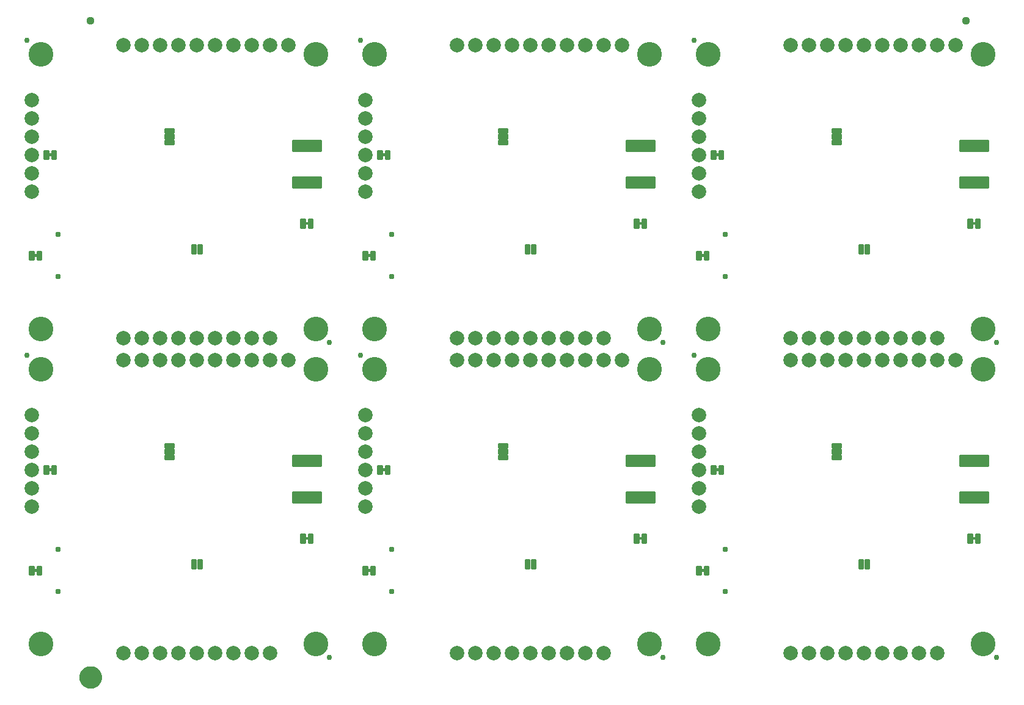
<source format=gbs>
G04 EAGLE Gerber RS-274X export*
G75*
%MOMM*%
%FSLAX34Y34*%
%LPD*%
%INSoldermask Bottom*%
%IPPOS*%
%AMOC8*
5,1,8,0,0,1.08239X$1,22.5*%
G01*
%ADD10C,3.429000*%
%ADD11C,0.228600*%
%ADD12C,0.762000*%
%ADD13C,0.228344*%
%ADD14C,0.777000*%
%ADD15C,0.227778*%
%ADD16C,2.006600*%
%ADD17C,1.127000*%
%ADD18C,1.270000*%
%ADD19C,1.627000*%

G36*
X964630Y701687D02*
X964630Y701687D01*
X964696Y701689D01*
X964739Y701707D01*
X964786Y701715D01*
X964843Y701749D01*
X964903Y701774D01*
X964938Y701805D01*
X964979Y701830D01*
X965021Y701881D01*
X965069Y701925D01*
X965091Y701967D01*
X965120Y702004D01*
X965141Y702066D01*
X965172Y702125D01*
X965180Y702179D01*
X965192Y702216D01*
X965191Y702256D01*
X965199Y702310D01*
X965199Y704850D01*
X965188Y704915D01*
X965186Y704981D01*
X965168Y705024D01*
X965160Y705071D01*
X965126Y705128D01*
X965101Y705188D01*
X965070Y705223D01*
X965045Y705264D01*
X964994Y705306D01*
X964950Y705354D01*
X964908Y705376D01*
X964871Y705405D01*
X964809Y705426D01*
X964750Y705457D01*
X964696Y705465D01*
X964659Y705477D01*
X964619Y705476D01*
X964565Y705484D01*
X960755Y705484D01*
X960690Y705473D01*
X960624Y705471D01*
X960581Y705453D01*
X960534Y705445D01*
X960477Y705411D01*
X960417Y705386D01*
X960382Y705355D01*
X960341Y705330D01*
X960300Y705279D01*
X960251Y705235D01*
X960229Y705193D01*
X960200Y705156D01*
X960179Y705094D01*
X960148Y705035D01*
X960140Y704981D01*
X960128Y704944D01*
X960128Y704941D01*
X960129Y704904D01*
X960121Y704850D01*
X960121Y702310D01*
X960132Y702245D01*
X960134Y702179D01*
X960152Y702136D01*
X960160Y702089D01*
X960194Y702032D01*
X960219Y701972D01*
X960250Y701937D01*
X960275Y701896D01*
X960326Y701855D01*
X960370Y701806D01*
X960412Y701784D01*
X960449Y701755D01*
X960511Y701734D01*
X960570Y701703D01*
X960624Y701695D01*
X960661Y701683D01*
X960701Y701684D01*
X960755Y701676D01*
X964565Y701676D01*
X964630Y701687D01*
G37*
G36*
X502350Y701687D02*
X502350Y701687D01*
X502416Y701689D01*
X502459Y701707D01*
X502506Y701715D01*
X502563Y701749D01*
X502623Y701774D01*
X502658Y701805D01*
X502699Y701830D01*
X502741Y701881D01*
X502789Y701925D01*
X502811Y701967D01*
X502840Y702004D01*
X502861Y702066D01*
X502892Y702125D01*
X502900Y702179D01*
X502912Y702216D01*
X502911Y702256D01*
X502919Y702310D01*
X502919Y704850D01*
X502908Y704915D01*
X502906Y704981D01*
X502888Y705024D01*
X502880Y705071D01*
X502846Y705128D01*
X502821Y705188D01*
X502790Y705223D01*
X502765Y705264D01*
X502714Y705306D01*
X502670Y705354D01*
X502628Y705376D01*
X502591Y705405D01*
X502529Y705426D01*
X502470Y705457D01*
X502416Y705465D01*
X502379Y705477D01*
X502339Y705476D01*
X502285Y705484D01*
X498475Y705484D01*
X498410Y705473D01*
X498344Y705471D01*
X498301Y705453D01*
X498254Y705445D01*
X498197Y705411D01*
X498137Y705386D01*
X498102Y705355D01*
X498061Y705330D01*
X498020Y705279D01*
X497971Y705235D01*
X497949Y705193D01*
X497920Y705156D01*
X497899Y705094D01*
X497868Y705035D01*
X497860Y704981D01*
X497848Y704944D01*
X497848Y704941D01*
X497849Y704904D01*
X497841Y704850D01*
X497841Y702310D01*
X497852Y702245D01*
X497854Y702179D01*
X497872Y702136D01*
X497880Y702089D01*
X497914Y702032D01*
X497939Y701972D01*
X497970Y701937D01*
X497995Y701896D01*
X498046Y701855D01*
X498090Y701806D01*
X498132Y701784D01*
X498169Y701755D01*
X498231Y701734D01*
X498290Y701703D01*
X498344Y701695D01*
X498381Y701683D01*
X498421Y701684D01*
X498475Y701676D01*
X502285Y701676D01*
X502350Y701687D01*
G37*
G36*
X40070Y701687D02*
X40070Y701687D01*
X40136Y701689D01*
X40179Y701707D01*
X40226Y701715D01*
X40283Y701749D01*
X40343Y701774D01*
X40378Y701805D01*
X40419Y701830D01*
X40461Y701881D01*
X40509Y701925D01*
X40531Y701967D01*
X40560Y702004D01*
X40581Y702066D01*
X40612Y702125D01*
X40620Y702179D01*
X40632Y702216D01*
X40631Y702256D01*
X40639Y702310D01*
X40639Y704850D01*
X40628Y704915D01*
X40626Y704981D01*
X40608Y705024D01*
X40600Y705071D01*
X40566Y705128D01*
X40541Y705188D01*
X40510Y705223D01*
X40485Y705264D01*
X40434Y705306D01*
X40390Y705354D01*
X40348Y705376D01*
X40311Y705405D01*
X40249Y705426D01*
X40190Y705457D01*
X40136Y705465D01*
X40099Y705477D01*
X40059Y705476D01*
X40005Y705484D01*
X36195Y705484D01*
X36130Y705473D01*
X36064Y705471D01*
X36021Y705453D01*
X35974Y705445D01*
X35917Y705411D01*
X35857Y705386D01*
X35822Y705355D01*
X35781Y705330D01*
X35740Y705279D01*
X35691Y705235D01*
X35669Y705193D01*
X35640Y705156D01*
X35619Y705094D01*
X35588Y705035D01*
X35580Y704981D01*
X35568Y704944D01*
X35568Y704941D01*
X35569Y704904D01*
X35561Y704850D01*
X35561Y702310D01*
X35572Y702245D01*
X35574Y702179D01*
X35592Y702136D01*
X35600Y702089D01*
X35634Y702032D01*
X35659Y701972D01*
X35690Y701937D01*
X35715Y701896D01*
X35766Y701855D01*
X35810Y701806D01*
X35852Y701784D01*
X35889Y701755D01*
X35951Y701734D01*
X36010Y701703D01*
X36064Y701695D01*
X36101Y701683D01*
X36141Y701684D01*
X36195Y701676D01*
X40005Y701676D01*
X40070Y701687D01*
G37*
G36*
X395670Y606437D02*
X395670Y606437D01*
X395736Y606439D01*
X395779Y606457D01*
X395826Y606465D01*
X395883Y606499D01*
X395943Y606524D01*
X395978Y606555D01*
X396019Y606580D01*
X396061Y606631D01*
X396109Y606675D01*
X396131Y606717D01*
X396160Y606754D01*
X396181Y606816D01*
X396212Y606875D01*
X396220Y606929D01*
X396232Y606966D01*
X396231Y607006D01*
X396239Y607060D01*
X396239Y609600D01*
X396228Y609665D01*
X396226Y609731D01*
X396208Y609774D01*
X396200Y609821D01*
X396166Y609878D01*
X396141Y609938D01*
X396110Y609973D01*
X396085Y610014D01*
X396034Y610056D01*
X395990Y610104D01*
X395948Y610126D01*
X395911Y610155D01*
X395849Y610176D01*
X395790Y610207D01*
X395736Y610215D01*
X395699Y610227D01*
X395659Y610226D01*
X395605Y610234D01*
X391795Y610234D01*
X391730Y610223D01*
X391664Y610221D01*
X391621Y610203D01*
X391574Y610195D01*
X391517Y610161D01*
X391457Y610136D01*
X391422Y610105D01*
X391381Y610080D01*
X391340Y610029D01*
X391291Y609985D01*
X391269Y609943D01*
X391240Y609906D01*
X391219Y609844D01*
X391188Y609785D01*
X391180Y609731D01*
X391168Y609694D01*
X391168Y609691D01*
X391169Y609654D01*
X391161Y609600D01*
X391161Y607060D01*
X391172Y606995D01*
X391174Y606929D01*
X391192Y606886D01*
X391200Y606839D01*
X391234Y606782D01*
X391259Y606722D01*
X391290Y606687D01*
X391315Y606646D01*
X391366Y606605D01*
X391410Y606556D01*
X391452Y606534D01*
X391489Y606505D01*
X391551Y606484D01*
X391610Y606453D01*
X391664Y606445D01*
X391701Y606433D01*
X391741Y606434D01*
X391795Y606426D01*
X395605Y606426D01*
X395670Y606437D01*
G37*
G36*
X1320230Y606437D02*
X1320230Y606437D01*
X1320296Y606439D01*
X1320339Y606457D01*
X1320386Y606465D01*
X1320443Y606499D01*
X1320503Y606524D01*
X1320538Y606555D01*
X1320579Y606580D01*
X1320621Y606631D01*
X1320669Y606675D01*
X1320691Y606717D01*
X1320720Y606754D01*
X1320741Y606816D01*
X1320772Y606875D01*
X1320780Y606929D01*
X1320792Y606966D01*
X1320791Y607006D01*
X1320799Y607060D01*
X1320799Y609600D01*
X1320788Y609665D01*
X1320786Y609731D01*
X1320768Y609774D01*
X1320760Y609821D01*
X1320726Y609878D01*
X1320701Y609938D01*
X1320670Y609973D01*
X1320645Y610014D01*
X1320594Y610056D01*
X1320550Y610104D01*
X1320508Y610126D01*
X1320471Y610155D01*
X1320409Y610176D01*
X1320350Y610207D01*
X1320296Y610215D01*
X1320259Y610227D01*
X1320219Y610226D01*
X1320165Y610234D01*
X1316355Y610234D01*
X1316290Y610223D01*
X1316224Y610221D01*
X1316181Y610203D01*
X1316134Y610195D01*
X1316077Y610161D01*
X1316017Y610136D01*
X1315982Y610105D01*
X1315941Y610080D01*
X1315900Y610029D01*
X1315851Y609985D01*
X1315829Y609943D01*
X1315800Y609906D01*
X1315779Y609844D01*
X1315748Y609785D01*
X1315740Y609731D01*
X1315728Y609694D01*
X1315728Y609691D01*
X1315729Y609654D01*
X1315721Y609600D01*
X1315721Y607060D01*
X1315732Y606995D01*
X1315734Y606929D01*
X1315752Y606886D01*
X1315760Y606839D01*
X1315794Y606782D01*
X1315819Y606722D01*
X1315850Y606687D01*
X1315875Y606646D01*
X1315926Y606605D01*
X1315970Y606556D01*
X1316012Y606534D01*
X1316049Y606505D01*
X1316111Y606484D01*
X1316170Y606453D01*
X1316224Y606445D01*
X1316261Y606433D01*
X1316301Y606434D01*
X1316355Y606426D01*
X1320165Y606426D01*
X1320230Y606437D01*
G37*
G36*
X857950Y606437D02*
X857950Y606437D01*
X858016Y606439D01*
X858059Y606457D01*
X858106Y606465D01*
X858163Y606499D01*
X858223Y606524D01*
X858258Y606555D01*
X858299Y606580D01*
X858341Y606631D01*
X858389Y606675D01*
X858411Y606717D01*
X858440Y606754D01*
X858461Y606816D01*
X858492Y606875D01*
X858500Y606929D01*
X858512Y606966D01*
X858511Y607006D01*
X858519Y607060D01*
X858519Y609600D01*
X858508Y609665D01*
X858506Y609731D01*
X858488Y609774D01*
X858480Y609821D01*
X858446Y609878D01*
X858421Y609938D01*
X858390Y609973D01*
X858365Y610014D01*
X858314Y610056D01*
X858270Y610104D01*
X858228Y610126D01*
X858191Y610155D01*
X858129Y610176D01*
X858070Y610207D01*
X858016Y610215D01*
X857979Y610227D01*
X857939Y610226D01*
X857885Y610234D01*
X854075Y610234D01*
X854010Y610223D01*
X853944Y610221D01*
X853901Y610203D01*
X853854Y610195D01*
X853797Y610161D01*
X853737Y610136D01*
X853702Y610105D01*
X853661Y610080D01*
X853620Y610029D01*
X853571Y609985D01*
X853549Y609943D01*
X853520Y609906D01*
X853499Y609844D01*
X853468Y609785D01*
X853460Y609731D01*
X853448Y609694D01*
X853448Y609691D01*
X853449Y609654D01*
X853441Y609600D01*
X853441Y607060D01*
X853452Y606995D01*
X853454Y606929D01*
X853472Y606886D01*
X853480Y606839D01*
X853514Y606782D01*
X853539Y606722D01*
X853570Y606687D01*
X853595Y606646D01*
X853646Y606605D01*
X853690Y606556D01*
X853732Y606534D01*
X853769Y606505D01*
X853831Y606484D01*
X853890Y606453D01*
X853944Y606445D01*
X853981Y606433D01*
X854021Y606434D01*
X854075Y606426D01*
X857885Y606426D01*
X857950Y606437D01*
G37*
G36*
X944310Y561987D02*
X944310Y561987D01*
X944376Y561989D01*
X944419Y562007D01*
X944466Y562015D01*
X944523Y562049D01*
X944583Y562074D01*
X944618Y562105D01*
X944659Y562130D01*
X944701Y562181D01*
X944749Y562225D01*
X944771Y562267D01*
X944800Y562304D01*
X944821Y562366D01*
X944852Y562425D01*
X944860Y562479D01*
X944872Y562516D01*
X944871Y562556D01*
X944879Y562610D01*
X944879Y565150D01*
X944868Y565215D01*
X944866Y565281D01*
X944848Y565324D01*
X944840Y565371D01*
X944806Y565428D01*
X944781Y565488D01*
X944750Y565523D01*
X944725Y565564D01*
X944674Y565606D01*
X944630Y565654D01*
X944588Y565676D01*
X944551Y565705D01*
X944489Y565726D01*
X944430Y565757D01*
X944376Y565765D01*
X944339Y565777D01*
X944299Y565776D01*
X944245Y565784D01*
X940435Y565784D01*
X940370Y565773D01*
X940304Y565771D01*
X940261Y565753D01*
X940214Y565745D01*
X940157Y565711D01*
X940097Y565686D01*
X940062Y565655D01*
X940021Y565630D01*
X939980Y565579D01*
X939931Y565535D01*
X939909Y565493D01*
X939880Y565456D01*
X939859Y565394D01*
X939828Y565335D01*
X939820Y565281D01*
X939808Y565244D01*
X939808Y565241D01*
X939809Y565204D01*
X939801Y565150D01*
X939801Y562610D01*
X939812Y562545D01*
X939814Y562479D01*
X939832Y562436D01*
X939840Y562389D01*
X939874Y562332D01*
X939899Y562272D01*
X939930Y562237D01*
X939955Y562196D01*
X940006Y562155D01*
X940050Y562106D01*
X940092Y562084D01*
X940129Y562055D01*
X940191Y562034D01*
X940250Y562003D01*
X940304Y561995D01*
X940341Y561983D01*
X940381Y561984D01*
X940435Y561976D01*
X944245Y561976D01*
X944310Y561987D01*
G37*
G36*
X19750Y561987D02*
X19750Y561987D01*
X19816Y561989D01*
X19859Y562007D01*
X19906Y562015D01*
X19963Y562049D01*
X20023Y562074D01*
X20058Y562105D01*
X20099Y562130D01*
X20141Y562181D01*
X20189Y562225D01*
X20211Y562267D01*
X20240Y562304D01*
X20261Y562366D01*
X20292Y562425D01*
X20300Y562479D01*
X20312Y562516D01*
X20311Y562556D01*
X20319Y562610D01*
X20319Y565150D01*
X20308Y565215D01*
X20306Y565281D01*
X20288Y565324D01*
X20280Y565371D01*
X20246Y565428D01*
X20221Y565488D01*
X20190Y565523D01*
X20165Y565564D01*
X20114Y565606D01*
X20070Y565654D01*
X20028Y565676D01*
X19991Y565705D01*
X19929Y565726D01*
X19870Y565757D01*
X19816Y565765D01*
X19779Y565777D01*
X19739Y565776D01*
X19685Y565784D01*
X15875Y565784D01*
X15810Y565773D01*
X15744Y565771D01*
X15701Y565753D01*
X15654Y565745D01*
X15597Y565711D01*
X15537Y565686D01*
X15502Y565655D01*
X15461Y565630D01*
X15420Y565579D01*
X15371Y565535D01*
X15349Y565493D01*
X15320Y565456D01*
X15299Y565394D01*
X15268Y565335D01*
X15260Y565281D01*
X15248Y565244D01*
X15248Y565241D01*
X15249Y565204D01*
X15241Y565150D01*
X15241Y562610D01*
X15252Y562545D01*
X15254Y562479D01*
X15272Y562436D01*
X15280Y562389D01*
X15314Y562332D01*
X15339Y562272D01*
X15370Y562237D01*
X15395Y562196D01*
X15446Y562155D01*
X15490Y562106D01*
X15532Y562084D01*
X15569Y562055D01*
X15631Y562034D01*
X15690Y562003D01*
X15744Y561995D01*
X15781Y561983D01*
X15821Y561984D01*
X15875Y561976D01*
X19685Y561976D01*
X19750Y561987D01*
G37*
G36*
X482030Y561987D02*
X482030Y561987D01*
X482096Y561989D01*
X482139Y562007D01*
X482186Y562015D01*
X482243Y562049D01*
X482303Y562074D01*
X482338Y562105D01*
X482379Y562130D01*
X482421Y562181D01*
X482469Y562225D01*
X482491Y562267D01*
X482520Y562304D01*
X482541Y562366D01*
X482572Y562425D01*
X482580Y562479D01*
X482592Y562516D01*
X482591Y562556D01*
X482599Y562610D01*
X482599Y565150D01*
X482588Y565215D01*
X482586Y565281D01*
X482568Y565324D01*
X482560Y565371D01*
X482526Y565428D01*
X482501Y565488D01*
X482470Y565523D01*
X482445Y565564D01*
X482394Y565606D01*
X482350Y565654D01*
X482308Y565676D01*
X482271Y565705D01*
X482209Y565726D01*
X482150Y565757D01*
X482096Y565765D01*
X482059Y565777D01*
X482019Y565776D01*
X481965Y565784D01*
X478155Y565784D01*
X478090Y565773D01*
X478024Y565771D01*
X477981Y565753D01*
X477934Y565745D01*
X477877Y565711D01*
X477817Y565686D01*
X477782Y565655D01*
X477741Y565630D01*
X477700Y565579D01*
X477651Y565535D01*
X477629Y565493D01*
X477600Y565456D01*
X477579Y565394D01*
X477548Y565335D01*
X477540Y565281D01*
X477528Y565244D01*
X477528Y565241D01*
X477529Y565204D01*
X477521Y565150D01*
X477521Y562610D01*
X477532Y562545D01*
X477534Y562479D01*
X477552Y562436D01*
X477560Y562389D01*
X477594Y562332D01*
X477619Y562272D01*
X477650Y562237D01*
X477675Y562196D01*
X477726Y562155D01*
X477770Y562106D01*
X477812Y562084D01*
X477849Y562055D01*
X477911Y562034D01*
X477970Y562003D01*
X478024Y561995D01*
X478061Y561983D01*
X478101Y561984D01*
X478155Y561976D01*
X481965Y561976D01*
X482030Y561987D01*
G37*
G36*
X964630Y264807D02*
X964630Y264807D01*
X964696Y264809D01*
X964739Y264827D01*
X964786Y264835D01*
X964843Y264869D01*
X964903Y264894D01*
X964938Y264925D01*
X964979Y264950D01*
X965021Y265001D01*
X965069Y265045D01*
X965091Y265087D01*
X965120Y265124D01*
X965141Y265186D01*
X965172Y265245D01*
X965180Y265299D01*
X965192Y265336D01*
X965191Y265376D01*
X965199Y265430D01*
X965199Y267970D01*
X965188Y268035D01*
X965186Y268101D01*
X965168Y268144D01*
X965160Y268191D01*
X965126Y268248D01*
X965101Y268308D01*
X965070Y268343D01*
X965045Y268384D01*
X964994Y268426D01*
X964950Y268474D01*
X964908Y268496D01*
X964871Y268525D01*
X964809Y268546D01*
X964750Y268577D01*
X964696Y268585D01*
X964659Y268597D01*
X964619Y268596D01*
X964565Y268604D01*
X960755Y268604D01*
X960690Y268593D01*
X960624Y268591D01*
X960581Y268573D01*
X960534Y268565D01*
X960477Y268531D01*
X960417Y268506D01*
X960382Y268475D01*
X960341Y268450D01*
X960300Y268399D01*
X960251Y268355D01*
X960229Y268313D01*
X960200Y268276D01*
X960179Y268214D01*
X960148Y268155D01*
X960140Y268101D01*
X960128Y268064D01*
X960128Y268061D01*
X960129Y268024D01*
X960121Y267970D01*
X960121Y265430D01*
X960132Y265365D01*
X960134Y265299D01*
X960152Y265256D01*
X960160Y265209D01*
X960194Y265152D01*
X960219Y265092D01*
X960250Y265057D01*
X960275Y265016D01*
X960326Y264975D01*
X960370Y264926D01*
X960412Y264904D01*
X960449Y264875D01*
X960511Y264854D01*
X960570Y264823D01*
X960624Y264815D01*
X960661Y264803D01*
X960701Y264804D01*
X960755Y264796D01*
X964565Y264796D01*
X964630Y264807D01*
G37*
G36*
X502350Y264807D02*
X502350Y264807D01*
X502416Y264809D01*
X502459Y264827D01*
X502506Y264835D01*
X502563Y264869D01*
X502623Y264894D01*
X502658Y264925D01*
X502699Y264950D01*
X502741Y265001D01*
X502789Y265045D01*
X502811Y265087D01*
X502840Y265124D01*
X502861Y265186D01*
X502892Y265245D01*
X502900Y265299D01*
X502912Y265336D01*
X502911Y265376D01*
X502919Y265430D01*
X502919Y267970D01*
X502908Y268035D01*
X502906Y268101D01*
X502888Y268144D01*
X502880Y268191D01*
X502846Y268248D01*
X502821Y268308D01*
X502790Y268343D01*
X502765Y268384D01*
X502714Y268426D01*
X502670Y268474D01*
X502628Y268496D01*
X502591Y268525D01*
X502529Y268546D01*
X502470Y268577D01*
X502416Y268585D01*
X502379Y268597D01*
X502339Y268596D01*
X502285Y268604D01*
X498475Y268604D01*
X498410Y268593D01*
X498344Y268591D01*
X498301Y268573D01*
X498254Y268565D01*
X498197Y268531D01*
X498137Y268506D01*
X498102Y268475D01*
X498061Y268450D01*
X498020Y268399D01*
X497971Y268355D01*
X497949Y268313D01*
X497920Y268276D01*
X497899Y268214D01*
X497868Y268155D01*
X497860Y268101D01*
X497848Y268064D01*
X497848Y268061D01*
X497849Y268024D01*
X497841Y267970D01*
X497841Y265430D01*
X497852Y265365D01*
X497854Y265299D01*
X497872Y265256D01*
X497880Y265209D01*
X497914Y265152D01*
X497939Y265092D01*
X497970Y265057D01*
X497995Y265016D01*
X498046Y264975D01*
X498090Y264926D01*
X498132Y264904D01*
X498169Y264875D01*
X498231Y264854D01*
X498290Y264823D01*
X498344Y264815D01*
X498381Y264803D01*
X498421Y264804D01*
X498475Y264796D01*
X502285Y264796D01*
X502350Y264807D01*
G37*
G36*
X40070Y264807D02*
X40070Y264807D01*
X40136Y264809D01*
X40179Y264827D01*
X40226Y264835D01*
X40283Y264869D01*
X40343Y264894D01*
X40378Y264925D01*
X40419Y264950D01*
X40461Y265001D01*
X40509Y265045D01*
X40531Y265087D01*
X40560Y265124D01*
X40581Y265186D01*
X40612Y265245D01*
X40620Y265299D01*
X40632Y265336D01*
X40631Y265376D01*
X40639Y265430D01*
X40639Y267970D01*
X40628Y268035D01*
X40626Y268101D01*
X40608Y268144D01*
X40600Y268191D01*
X40566Y268248D01*
X40541Y268308D01*
X40510Y268343D01*
X40485Y268384D01*
X40434Y268426D01*
X40390Y268474D01*
X40348Y268496D01*
X40311Y268525D01*
X40249Y268546D01*
X40190Y268577D01*
X40136Y268585D01*
X40099Y268597D01*
X40059Y268596D01*
X40005Y268604D01*
X36195Y268604D01*
X36130Y268593D01*
X36064Y268591D01*
X36021Y268573D01*
X35974Y268565D01*
X35917Y268531D01*
X35857Y268506D01*
X35822Y268475D01*
X35781Y268450D01*
X35740Y268399D01*
X35691Y268355D01*
X35669Y268313D01*
X35640Y268276D01*
X35619Y268214D01*
X35588Y268155D01*
X35580Y268101D01*
X35568Y268064D01*
X35568Y268061D01*
X35569Y268024D01*
X35561Y267970D01*
X35561Y265430D01*
X35572Y265365D01*
X35574Y265299D01*
X35592Y265256D01*
X35600Y265209D01*
X35634Y265152D01*
X35659Y265092D01*
X35690Y265057D01*
X35715Y265016D01*
X35766Y264975D01*
X35810Y264926D01*
X35852Y264904D01*
X35889Y264875D01*
X35951Y264854D01*
X36010Y264823D01*
X36064Y264815D01*
X36101Y264803D01*
X36141Y264804D01*
X36195Y264796D01*
X40005Y264796D01*
X40070Y264807D01*
G37*
G36*
X1320230Y169557D02*
X1320230Y169557D01*
X1320296Y169559D01*
X1320339Y169577D01*
X1320386Y169585D01*
X1320443Y169619D01*
X1320503Y169644D01*
X1320538Y169675D01*
X1320579Y169700D01*
X1320621Y169751D01*
X1320669Y169795D01*
X1320691Y169837D01*
X1320720Y169874D01*
X1320741Y169936D01*
X1320772Y169995D01*
X1320780Y170049D01*
X1320792Y170086D01*
X1320791Y170126D01*
X1320799Y170180D01*
X1320799Y172720D01*
X1320788Y172785D01*
X1320786Y172851D01*
X1320768Y172894D01*
X1320760Y172941D01*
X1320726Y172998D01*
X1320701Y173058D01*
X1320670Y173093D01*
X1320645Y173134D01*
X1320594Y173176D01*
X1320550Y173224D01*
X1320508Y173246D01*
X1320471Y173275D01*
X1320409Y173296D01*
X1320350Y173327D01*
X1320296Y173335D01*
X1320259Y173347D01*
X1320219Y173346D01*
X1320165Y173354D01*
X1316355Y173354D01*
X1316290Y173343D01*
X1316224Y173341D01*
X1316181Y173323D01*
X1316134Y173315D01*
X1316077Y173281D01*
X1316017Y173256D01*
X1315982Y173225D01*
X1315941Y173200D01*
X1315900Y173149D01*
X1315851Y173105D01*
X1315829Y173063D01*
X1315800Y173026D01*
X1315779Y172964D01*
X1315748Y172905D01*
X1315740Y172851D01*
X1315728Y172814D01*
X1315728Y172811D01*
X1315729Y172774D01*
X1315721Y172720D01*
X1315721Y170180D01*
X1315732Y170115D01*
X1315734Y170049D01*
X1315752Y170006D01*
X1315760Y169959D01*
X1315794Y169902D01*
X1315819Y169842D01*
X1315850Y169807D01*
X1315875Y169766D01*
X1315926Y169725D01*
X1315970Y169676D01*
X1316012Y169654D01*
X1316049Y169625D01*
X1316111Y169604D01*
X1316170Y169573D01*
X1316224Y169565D01*
X1316261Y169553D01*
X1316301Y169554D01*
X1316355Y169546D01*
X1320165Y169546D01*
X1320230Y169557D01*
G37*
G36*
X857950Y169557D02*
X857950Y169557D01*
X858016Y169559D01*
X858059Y169577D01*
X858106Y169585D01*
X858163Y169619D01*
X858223Y169644D01*
X858258Y169675D01*
X858299Y169700D01*
X858341Y169751D01*
X858389Y169795D01*
X858411Y169837D01*
X858440Y169874D01*
X858461Y169936D01*
X858492Y169995D01*
X858500Y170049D01*
X858512Y170086D01*
X858511Y170126D01*
X858519Y170180D01*
X858519Y172720D01*
X858508Y172785D01*
X858506Y172851D01*
X858488Y172894D01*
X858480Y172941D01*
X858446Y172998D01*
X858421Y173058D01*
X858390Y173093D01*
X858365Y173134D01*
X858314Y173176D01*
X858270Y173224D01*
X858228Y173246D01*
X858191Y173275D01*
X858129Y173296D01*
X858070Y173327D01*
X858016Y173335D01*
X857979Y173347D01*
X857939Y173346D01*
X857885Y173354D01*
X854075Y173354D01*
X854010Y173343D01*
X853944Y173341D01*
X853901Y173323D01*
X853854Y173315D01*
X853797Y173281D01*
X853737Y173256D01*
X853702Y173225D01*
X853661Y173200D01*
X853620Y173149D01*
X853571Y173105D01*
X853549Y173063D01*
X853520Y173026D01*
X853499Y172964D01*
X853468Y172905D01*
X853460Y172851D01*
X853448Y172814D01*
X853448Y172811D01*
X853449Y172774D01*
X853441Y172720D01*
X853441Y170180D01*
X853452Y170115D01*
X853454Y170049D01*
X853472Y170006D01*
X853480Y169959D01*
X853514Y169902D01*
X853539Y169842D01*
X853570Y169807D01*
X853595Y169766D01*
X853646Y169725D01*
X853690Y169676D01*
X853732Y169654D01*
X853769Y169625D01*
X853831Y169604D01*
X853890Y169573D01*
X853944Y169565D01*
X853981Y169553D01*
X854021Y169554D01*
X854075Y169546D01*
X857885Y169546D01*
X857950Y169557D01*
G37*
G36*
X395670Y169557D02*
X395670Y169557D01*
X395736Y169559D01*
X395779Y169577D01*
X395826Y169585D01*
X395883Y169619D01*
X395943Y169644D01*
X395978Y169675D01*
X396019Y169700D01*
X396061Y169751D01*
X396109Y169795D01*
X396131Y169837D01*
X396160Y169874D01*
X396181Y169936D01*
X396212Y169995D01*
X396220Y170049D01*
X396232Y170086D01*
X396231Y170126D01*
X396239Y170180D01*
X396239Y172720D01*
X396228Y172785D01*
X396226Y172851D01*
X396208Y172894D01*
X396200Y172941D01*
X396166Y172998D01*
X396141Y173058D01*
X396110Y173093D01*
X396085Y173134D01*
X396034Y173176D01*
X395990Y173224D01*
X395948Y173246D01*
X395911Y173275D01*
X395849Y173296D01*
X395790Y173327D01*
X395736Y173335D01*
X395699Y173347D01*
X395659Y173346D01*
X395605Y173354D01*
X391795Y173354D01*
X391730Y173343D01*
X391664Y173341D01*
X391621Y173323D01*
X391574Y173315D01*
X391517Y173281D01*
X391457Y173256D01*
X391422Y173225D01*
X391381Y173200D01*
X391340Y173149D01*
X391291Y173105D01*
X391269Y173063D01*
X391240Y173026D01*
X391219Y172964D01*
X391188Y172905D01*
X391180Y172851D01*
X391168Y172814D01*
X391168Y172811D01*
X391169Y172774D01*
X391161Y172720D01*
X391161Y170180D01*
X391172Y170115D01*
X391174Y170049D01*
X391192Y170006D01*
X391200Y169959D01*
X391234Y169902D01*
X391259Y169842D01*
X391290Y169807D01*
X391315Y169766D01*
X391366Y169725D01*
X391410Y169676D01*
X391452Y169654D01*
X391489Y169625D01*
X391551Y169604D01*
X391610Y169573D01*
X391664Y169565D01*
X391701Y169553D01*
X391741Y169554D01*
X391795Y169546D01*
X395605Y169546D01*
X395670Y169557D01*
G37*
G36*
X944310Y125107D02*
X944310Y125107D01*
X944376Y125109D01*
X944419Y125127D01*
X944466Y125135D01*
X944523Y125169D01*
X944583Y125194D01*
X944618Y125225D01*
X944659Y125250D01*
X944701Y125301D01*
X944749Y125345D01*
X944771Y125387D01*
X944800Y125424D01*
X944821Y125486D01*
X944852Y125545D01*
X944860Y125599D01*
X944872Y125636D01*
X944871Y125676D01*
X944879Y125730D01*
X944879Y128270D01*
X944868Y128335D01*
X944866Y128401D01*
X944848Y128444D01*
X944840Y128491D01*
X944806Y128548D01*
X944781Y128608D01*
X944750Y128643D01*
X944725Y128684D01*
X944674Y128726D01*
X944630Y128774D01*
X944588Y128796D01*
X944551Y128825D01*
X944489Y128846D01*
X944430Y128877D01*
X944376Y128885D01*
X944339Y128897D01*
X944299Y128896D01*
X944245Y128904D01*
X940435Y128904D01*
X940370Y128893D01*
X940304Y128891D01*
X940261Y128873D01*
X940214Y128865D01*
X940157Y128831D01*
X940097Y128806D01*
X940062Y128775D01*
X940021Y128750D01*
X939980Y128699D01*
X939931Y128655D01*
X939909Y128613D01*
X939880Y128576D01*
X939859Y128514D01*
X939828Y128455D01*
X939820Y128401D01*
X939808Y128364D01*
X939808Y128361D01*
X939809Y128324D01*
X939801Y128270D01*
X939801Y125730D01*
X939812Y125665D01*
X939814Y125599D01*
X939832Y125556D01*
X939840Y125509D01*
X939874Y125452D01*
X939899Y125392D01*
X939930Y125357D01*
X939955Y125316D01*
X940006Y125275D01*
X940050Y125226D01*
X940092Y125204D01*
X940129Y125175D01*
X940191Y125154D01*
X940250Y125123D01*
X940304Y125115D01*
X940341Y125103D01*
X940381Y125104D01*
X940435Y125096D01*
X944245Y125096D01*
X944310Y125107D01*
G37*
G36*
X482030Y125107D02*
X482030Y125107D01*
X482096Y125109D01*
X482139Y125127D01*
X482186Y125135D01*
X482243Y125169D01*
X482303Y125194D01*
X482338Y125225D01*
X482379Y125250D01*
X482421Y125301D01*
X482469Y125345D01*
X482491Y125387D01*
X482520Y125424D01*
X482541Y125486D01*
X482572Y125545D01*
X482580Y125599D01*
X482592Y125636D01*
X482591Y125676D01*
X482599Y125730D01*
X482599Y128270D01*
X482588Y128335D01*
X482586Y128401D01*
X482568Y128444D01*
X482560Y128491D01*
X482526Y128548D01*
X482501Y128608D01*
X482470Y128643D01*
X482445Y128684D01*
X482394Y128726D01*
X482350Y128774D01*
X482308Y128796D01*
X482271Y128825D01*
X482209Y128846D01*
X482150Y128877D01*
X482096Y128885D01*
X482059Y128897D01*
X482019Y128896D01*
X481965Y128904D01*
X478155Y128904D01*
X478090Y128893D01*
X478024Y128891D01*
X477981Y128873D01*
X477934Y128865D01*
X477877Y128831D01*
X477817Y128806D01*
X477782Y128775D01*
X477741Y128750D01*
X477700Y128699D01*
X477651Y128655D01*
X477629Y128613D01*
X477600Y128576D01*
X477579Y128514D01*
X477548Y128455D01*
X477540Y128401D01*
X477528Y128364D01*
X477528Y128361D01*
X477529Y128324D01*
X477521Y128270D01*
X477521Y125730D01*
X477532Y125665D01*
X477534Y125599D01*
X477552Y125556D01*
X477560Y125509D01*
X477594Y125452D01*
X477619Y125392D01*
X477650Y125357D01*
X477675Y125316D01*
X477726Y125275D01*
X477770Y125226D01*
X477812Y125204D01*
X477849Y125175D01*
X477911Y125154D01*
X477970Y125123D01*
X478024Y125115D01*
X478061Y125103D01*
X478101Y125104D01*
X478155Y125096D01*
X481965Y125096D01*
X482030Y125107D01*
G37*
G36*
X19750Y125107D02*
X19750Y125107D01*
X19816Y125109D01*
X19859Y125127D01*
X19906Y125135D01*
X19963Y125169D01*
X20023Y125194D01*
X20058Y125225D01*
X20099Y125250D01*
X20141Y125301D01*
X20189Y125345D01*
X20211Y125387D01*
X20240Y125424D01*
X20261Y125486D01*
X20292Y125545D01*
X20300Y125599D01*
X20312Y125636D01*
X20311Y125676D01*
X20319Y125730D01*
X20319Y128270D01*
X20308Y128335D01*
X20306Y128401D01*
X20288Y128444D01*
X20280Y128491D01*
X20246Y128548D01*
X20221Y128608D01*
X20190Y128643D01*
X20165Y128684D01*
X20114Y128726D01*
X20070Y128774D01*
X20028Y128796D01*
X19991Y128825D01*
X19929Y128846D01*
X19870Y128877D01*
X19816Y128885D01*
X19779Y128897D01*
X19739Y128896D01*
X19685Y128904D01*
X15875Y128904D01*
X15810Y128893D01*
X15744Y128891D01*
X15701Y128873D01*
X15654Y128865D01*
X15597Y128831D01*
X15537Y128806D01*
X15502Y128775D01*
X15461Y128750D01*
X15420Y128699D01*
X15371Y128655D01*
X15349Y128613D01*
X15320Y128576D01*
X15299Y128514D01*
X15268Y128455D01*
X15260Y128401D01*
X15248Y128364D01*
X15248Y128361D01*
X15249Y128324D01*
X15241Y128270D01*
X15241Y125730D01*
X15252Y125665D01*
X15254Y125599D01*
X15272Y125556D01*
X15280Y125509D01*
X15314Y125452D01*
X15339Y125392D01*
X15370Y125357D01*
X15395Y125316D01*
X15446Y125275D01*
X15490Y125226D01*
X15532Y125204D01*
X15569Y125175D01*
X15631Y125154D01*
X15690Y125123D01*
X15744Y125115D01*
X15781Y125103D01*
X15821Y125104D01*
X15875Y125096D01*
X19685Y125096D01*
X19750Y125107D01*
G37*
D10*
X25400Y406146D03*
X406400Y406146D03*
D11*
X209042Y286639D02*
X209042Y281305D01*
X197358Y281305D01*
X197358Y286639D01*
X209042Y286639D01*
X209042Y283477D02*
X197358Y283477D01*
X197358Y285649D02*
X209042Y285649D01*
X209042Y289433D02*
X209042Y294767D01*
X209042Y289433D02*
X197358Y289433D01*
X197358Y294767D01*
X209042Y294767D01*
X209042Y291605D02*
X197358Y291605D01*
X197358Y293777D02*
X209042Y293777D01*
X209042Y297561D02*
X209042Y302895D01*
X209042Y297561D02*
X197358Y297561D01*
X197358Y302895D01*
X209042Y302895D01*
X209042Y299733D02*
X197358Y299733D01*
X197358Y301905D02*
X209042Y301905D01*
D12*
X425450Y6350D03*
X6350Y425196D03*
D10*
X25400Y25400D03*
X406400Y25400D03*
D11*
X239903Y130048D02*
X234569Y130048D01*
X234569Y141732D01*
X239903Y141732D01*
X239903Y130048D01*
X239903Y132220D02*
X234569Y132220D01*
X234569Y134392D02*
X239903Y134392D01*
X239903Y136564D02*
X234569Y136564D01*
X234569Y138736D02*
X239903Y138736D01*
X239903Y140908D02*
X234569Y140908D01*
X242697Y130048D02*
X248031Y130048D01*
X242697Y130048D02*
X242697Y141732D01*
X248031Y141732D01*
X248031Y130048D01*
X248031Y132220D02*
X242697Y132220D01*
X242697Y134392D02*
X248031Y134392D01*
X248031Y136564D02*
X242697Y136564D01*
X242697Y138736D02*
X248031Y138736D01*
X248031Y140908D02*
X242697Y140908D01*
D13*
X396111Y177294D02*
X401703Y177294D01*
X401703Y165606D01*
X396111Y165606D01*
X396111Y177294D01*
X396111Y167775D02*
X401703Y167775D01*
X401703Y169944D02*
X396111Y169944D01*
X396111Y172113D02*
X401703Y172113D01*
X401703Y174282D02*
X396111Y174282D01*
X396111Y176451D02*
X401703Y176451D01*
X391289Y177294D02*
X385697Y177294D01*
X391289Y177294D02*
X391289Y165606D01*
X385697Y165606D01*
X385697Y177294D01*
X385697Y167775D02*
X391289Y167775D01*
X391289Y169944D02*
X385697Y169944D01*
X385697Y172113D02*
X391289Y172113D01*
X391289Y174282D02*
X385697Y174282D01*
X385697Y176451D02*
X391289Y176451D01*
D14*
X49050Y155900D03*
X49050Y98100D03*
D15*
X374204Y272404D02*
X374204Y286396D01*
X413196Y286396D01*
X413196Y272404D01*
X374204Y272404D01*
X374204Y274568D02*
X413196Y274568D01*
X413196Y276732D02*
X374204Y276732D01*
X374204Y278896D02*
X413196Y278896D01*
X413196Y281060D02*
X374204Y281060D01*
X374204Y283224D02*
X413196Y283224D01*
X413196Y285388D02*
X374204Y285388D01*
X374204Y235596D02*
X374204Y221604D01*
X374204Y235596D02*
X413196Y235596D01*
X413196Y221604D01*
X374204Y221604D01*
X374204Y223768D02*
X413196Y223768D01*
X413196Y225932D02*
X374204Y225932D01*
X374204Y228096D02*
X413196Y228096D01*
X413196Y230260D02*
X374204Y230260D01*
X374204Y232424D02*
X413196Y232424D01*
X413196Y234588D02*
X374204Y234588D01*
D16*
X12700Y215900D03*
X12700Y241300D03*
X12700Y266700D03*
X12700Y292100D03*
X12700Y317500D03*
X12700Y342900D03*
X139700Y12700D03*
X165100Y12700D03*
X190500Y12700D03*
X215900Y12700D03*
X241300Y12700D03*
X266700Y12700D03*
X292100Y12700D03*
X317500Y12700D03*
X342900Y12700D03*
X139700Y419100D03*
X165100Y419100D03*
X190500Y419100D03*
X215900Y419100D03*
X241300Y419100D03*
X266700Y419100D03*
X292100Y419100D03*
X317500Y419100D03*
X342900Y419100D03*
X368300Y419100D03*
D13*
X25783Y132844D02*
X20191Y132844D01*
X25783Y132844D02*
X25783Y121156D01*
X20191Y121156D01*
X20191Y132844D01*
X20191Y123325D02*
X25783Y123325D01*
X25783Y125494D02*
X20191Y125494D01*
X20191Y127663D02*
X25783Y127663D01*
X25783Y129832D02*
X20191Y129832D01*
X20191Y132001D02*
X25783Y132001D01*
X15369Y132844D02*
X9777Y132844D01*
X15369Y132844D02*
X15369Y121156D01*
X9777Y121156D01*
X9777Y132844D01*
X9777Y123325D02*
X15369Y123325D01*
X15369Y125494D02*
X9777Y125494D01*
X9777Y127663D02*
X15369Y127663D01*
X15369Y129832D02*
X9777Y129832D01*
X9777Y132001D02*
X15369Y132001D01*
X30097Y260856D02*
X35689Y260856D01*
X30097Y260856D02*
X30097Y272544D01*
X35689Y272544D01*
X35689Y260856D01*
X35689Y263025D02*
X30097Y263025D01*
X30097Y265194D02*
X35689Y265194D01*
X35689Y267363D02*
X30097Y267363D01*
X30097Y269532D02*
X35689Y269532D01*
X35689Y271701D02*
X30097Y271701D01*
X40511Y260856D02*
X46103Y260856D01*
X40511Y260856D02*
X40511Y272544D01*
X46103Y272544D01*
X46103Y260856D01*
X46103Y263025D02*
X40511Y263025D01*
X40511Y265194D02*
X46103Y265194D01*
X46103Y267363D02*
X40511Y267363D01*
X40511Y269532D02*
X46103Y269532D01*
X46103Y271701D02*
X40511Y271701D01*
D10*
X487680Y406146D03*
X868680Y406146D03*
D11*
X671322Y286639D02*
X671322Y281305D01*
X659638Y281305D01*
X659638Y286639D01*
X671322Y286639D01*
X671322Y283477D02*
X659638Y283477D01*
X659638Y285649D02*
X671322Y285649D01*
X671322Y289433D02*
X671322Y294767D01*
X671322Y289433D02*
X659638Y289433D01*
X659638Y294767D01*
X671322Y294767D01*
X671322Y291605D02*
X659638Y291605D01*
X659638Y293777D02*
X671322Y293777D01*
X671322Y297561D02*
X671322Y302895D01*
X671322Y297561D02*
X659638Y297561D01*
X659638Y302895D01*
X671322Y302895D01*
X671322Y299733D02*
X659638Y299733D01*
X659638Y301905D02*
X671322Y301905D01*
D12*
X887730Y6350D03*
X468630Y425196D03*
D10*
X487680Y25400D03*
X868680Y25400D03*
D11*
X702183Y130048D02*
X696849Y130048D01*
X696849Y141732D01*
X702183Y141732D01*
X702183Y130048D01*
X702183Y132220D02*
X696849Y132220D01*
X696849Y134392D02*
X702183Y134392D01*
X702183Y136564D02*
X696849Y136564D01*
X696849Y138736D02*
X702183Y138736D01*
X702183Y140908D02*
X696849Y140908D01*
X704977Y130048D02*
X710311Y130048D01*
X704977Y130048D02*
X704977Y141732D01*
X710311Y141732D01*
X710311Y130048D01*
X710311Y132220D02*
X704977Y132220D01*
X704977Y134392D02*
X710311Y134392D01*
X710311Y136564D02*
X704977Y136564D01*
X704977Y138736D02*
X710311Y138736D01*
X710311Y140908D02*
X704977Y140908D01*
D13*
X858391Y177294D02*
X863983Y177294D01*
X863983Y165606D01*
X858391Y165606D01*
X858391Y177294D01*
X858391Y167775D02*
X863983Y167775D01*
X863983Y169944D02*
X858391Y169944D01*
X858391Y172113D02*
X863983Y172113D01*
X863983Y174282D02*
X858391Y174282D01*
X858391Y176451D02*
X863983Y176451D01*
X853569Y177294D02*
X847977Y177294D01*
X853569Y177294D02*
X853569Y165606D01*
X847977Y165606D01*
X847977Y177294D01*
X847977Y167775D02*
X853569Y167775D01*
X853569Y169944D02*
X847977Y169944D01*
X847977Y172113D02*
X853569Y172113D01*
X853569Y174282D02*
X847977Y174282D01*
X847977Y176451D02*
X853569Y176451D01*
D14*
X511330Y155900D03*
X511330Y98100D03*
D15*
X836484Y272404D02*
X836484Y286396D01*
X875476Y286396D01*
X875476Y272404D01*
X836484Y272404D01*
X836484Y274568D02*
X875476Y274568D01*
X875476Y276732D02*
X836484Y276732D01*
X836484Y278896D02*
X875476Y278896D01*
X875476Y281060D02*
X836484Y281060D01*
X836484Y283224D02*
X875476Y283224D01*
X875476Y285388D02*
X836484Y285388D01*
X836484Y235596D02*
X836484Y221604D01*
X836484Y235596D02*
X875476Y235596D01*
X875476Y221604D01*
X836484Y221604D01*
X836484Y223768D02*
X875476Y223768D01*
X875476Y225932D02*
X836484Y225932D01*
X836484Y228096D02*
X875476Y228096D01*
X875476Y230260D02*
X836484Y230260D01*
X836484Y232424D02*
X875476Y232424D01*
X875476Y234588D02*
X836484Y234588D01*
D16*
X474980Y215900D03*
X474980Y241300D03*
X474980Y266700D03*
X474980Y292100D03*
X474980Y317500D03*
X474980Y342900D03*
X601980Y12700D03*
X627380Y12700D03*
X652780Y12700D03*
X678180Y12700D03*
X703580Y12700D03*
X728980Y12700D03*
X754380Y12700D03*
X779780Y12700D03*
X805180Y12700D03*
X601980Y419100D03*
X627380Y419100D03*
X652780Y419100D03*
X678180Y419100D03*
X703580Y419100D03*
X728980Y419100D03*
X754380Y419100D03*
X779780Y419100D03*
X805180Y419100D03*
X830580Y419100D03*
D13*
X488063Y132844D02*
X482471Y132844D01*
X488063Y132844D02*
X488063Y121156D01*
X482471Y121156D01*
X482471Y132844D01*
X482471Y123325D02*
X488063Y123325D01*
X488063Y125494D02*
X482471Y125494D01*
X482471Y127663D02*
X488063Y127663D01*
X488063Y129832D02*
X482471Y129832D01*
X482471Y132001D02*
X488063Y132001D01*
X477649Y132844D02*
X472057Y132844D01*
X477649Y132844D02*
X477649Y121156D01*
X472057Y121156D01*
X472057Y132844D01*
X472057Y123325D02*
X477649Y123325D01*
X477649Y125494D02*
X472057Y125494D01*
X472057Y127663D02*
X477649Y127663D01*
X477649Y129832D02*
X472057Y129832D01*
X472057Y132001D02*
X477649Y132001D01*
X492377Y260856D02*
X497969Y260856D01*
X492377Y260856D02*
X492377Y272544D01*
X497969Y272544D01*
X497969Y260856D01*
X497969Y263025D02*
X492377Y263025D01*
X492377Y265194D02*
X497969Y265194D01*
X497969Y267363D02*
X492377Y267363D01*
X492377Y269532D02*
X497969Y269532D01*
X497969Y271701D02*
X492377Y271701D01*
X502791Y260856D02*
X508383Y260856D01*
X502791Y260856D02*
X502791Y272544D01*
X508383Y272544D01*
X508383Y260856D01*
X508383Y263025D02*
X502791Y263025D01*
X502791Y265194D02*
X508383Y265194D01*
X508383Y267363D02*
X502791Y267363D01*
X502791Y269532D02*
X508383Y269532D01*
X508383Y271701D02*
X502791Y271701D01*
D10*
X949960Y406146D03*
X1330960Y406146D03*
D11*
X1133602Y286639D02*
X1133602Y281305D01*
X1121918Y281305D01*
X1121918Y286639D01*
X1133602Y286639D01*
X1133602Y283477D02*
X1121918Y283477D01*
X1121918Y285649D02*
X1133602Y285649D01*
X1133602Y289433D02*
X1133602Y294767D01*
X1133602Y289433D02*
X1121918Y289433D01*
X1121918Y294767D01*
X1133602Y294767D01*
X1133602Y291605D02*
X1121918Y291605D01*
X1121918Y293777D02*
X1133602Y293777D01*
X1133602Y297561D02*
X1133602Y302895D01*
X1133602Y297561D02*
X1121918Y297561D01*
X1121918Y302895D01*
X1133602Y302895D01*
X1133602Y299733D02*
X1121918Y299733D01*
X1121918Y301905D02*
X1133602Y301905D01*
D12*
X1350010Y6350D03*
X930910Y425196D03*
D10*
X949960Y25400D03*
X1330960Y25400D03*
D11*
X1164463Y130048D02*
X1159129Y130048D01*
X1159129Y141732D01*
X1164463Y141732D01*
X1164463Y130048D01*
X1164463Y132220D02*
X1159129Y132220D01*
X1159129Y134392D02*
X1164463Y134392D01*
X1164463Y136564D02*
X1159129Y136564D01*
X1159129Y138736D02*
X1164463Y138736D01*
X1164463Y140908D02*
X1159129Y140908D01*
X1167257Y130048D02*
X1172591Y130048D01*
X1167257Y130048D02*
X1167257Y141732D01*
X1172591Y141732D01*
X1172591Y130048D01*
X1172591Y132220D02*
X1167257Y132220D01*
X1167257Y134392D02*
X1172591Y134392D01*
X1172591Y136564D02*
X1167257Y136564D01*
X1167257Y138736D02*
X1172591Y138736D01*
X1172591Y140908D02*
X1167257Y140908D01*
D13*
X1320671Y177294D02*
X1326263Y177294D01*
X1326263Y165606D01*
X1320671Y165606D01*
X1320671Y177294D01*
X1320671Y167775D02*
X1326263Y167775D01*
X1326263Y169944D02*
X1320671Y169944D01*
X1320671Y172113D02*
X1326263Y172113D01*
X1326263Y174282D02*
X1320671Y174282D01*
X1320671Y176451D02*
X1326263Y176451D01*
X1315849Y177294D02*
X1310257Y177294D01*
X1315849Y177294D02*
X1315849Y165606D01*
X1310257Y165606D01*
X1310257Y177294D01*
X1310257Y167775D02*
X1315849Y167775D01*
X1315849Y169944D02*
X1310257Y169944D01*
X1310257Y172113D02*
X1315849Y172113D01*
X1315849Y174282D02*
X1310257Y174282D01*
X1310257Y176451D02*
X1315849Y176451D01*
D14*
X973610Y155900D03*
X973610Y98100D03*
D15*
X1298764Y272404D02*
X1298764Y286396D01*
X1337756Y286396D01*
X1337756Y272404D01*
X1298764Y272404D01*
X1298764Y274568D02*
X1337756Y274568D01*
X1337756Y276732D02*
X1298764Y276732D01*
X1298764Y278896D02*
X1337756Y278896D01*
X1337756Y281060D02*
X1298764Y281060D01*
X1298764Y283224D02*
X1337756Y283224D01*
X1337756Y285388D02*
X1298764Y285388D01*
X1298764Y235596D02*
X1298764Y221604D01*
X1298764Y235596D02*
X1337756Y235596D01*
X1337756Y221604D01*
X1298764Y221604D01*
X1298764Y223768D02*
X1337756Y223768D01*
X1337756Y225932D02*
X1298764Y225932D01*
X1298764Y228096D02*
X1337756Y228096D01*
X1337756Y230260D02*
X1298764Y230260D01*
X1298764Y232424D02*
X1337756Y232424D01*
X1337756Y234588D02*
X1298764Y234588D01*
D16*
X937260Y215900D03*
X937260Y241300D03*
X937260Y266700D03*
X937260Y292100D03*
X937260Y317500D03*
X937260Y342900D03*
X1064260Y12700D03*
X1089660Y12700D03*
X1115060Y12700D03*
X1140460Y12700D03*
X1165860Y12700D03*
X1191260Y12700D03*
X1216660Y12700D03*
X1242060Y12700D03*
X1267460Y12700D03*
X1064260Y419100D03*
X1089660Y419100D03*
X1115060Y419100D03*
X1140460Y419100D03*
X1165860Y419100D03*
X1191260Y419100D03*
X1216660Y419100D03*
X1242060Y419100D03*
X1267460Y419100D03*
X1292860Y419100D03*
D13*
X950343Y132844D02*
X944751Y132844D01*
X950343Y132844D02*
X950343Y121156D01*
X944751Y121156D01*
X944751Y132844D01*
X944751Y123325D02*
X950343Y123325D01*
X950343Y125494D02*
X944751Y125494D01*
X944751Y127663D02*
X950343Y127663D01*
X950343Y129832D02*
X944751Y129832D01*
X944751Y132001D02*
X950343Y132001D01*
X939929Y132844D02*
X934337Y132844D01*
X939929Y132844D02*
X939929Y121156D01*
X934337Y121156D01*
X934337Y132844D01*
X934337Y123325D02*
X939929Y123325D01*
X939929Y125494D02*
X934337Y125494D01*
X934337Y127663D02*
X939929Y127663D01*
X939929Y129832D02*
X934337Y129832D01*
X934337Y132001D02*
X939929Y132001D01*
X954657Y260856D02*
X960249Y260856D01*
X954657Y260856D02*
X954657Y272544D01*
X960249Y272544D01*
X960249Y260856D01*
X960249Y263025D02*
X954657Y263025D01*
X954657Y265194D02*
X960249Y265194D01*
X960249Y267363D02*
X954657Y267363D01*
X954657Y269532D02*
X960249Y269532D01*
X960249Y271701D02*
X954657Y271701D01*
X965071Y260856D02*
X970663Y260856D01*
X965071Y260856D02*
X965071Y272544D01*
X970663Y272544D01*
X970663Y260856D01*
X970663Y263025D02*
X965071Y263025D01*
X965071Y265194D02*
X970663Y265194D01*
X970663Y267363D02*
X965071Y267363D01*
X965071Y269532D02*
X970663Y269532D01*
X970663Y271701D02*
X965071Y271701D01*
D10*
X25400Y843026D03*
X406400Y843026D03*
D11*
X209042Y723519D02*
X209042Y718185D01*
X197358Y718185D01*
X197358Y723519D01*
X209042Y723519D01*
X209042Y720357D02*
X197358Y720357D01*
X197358Y722529D02*
X209042Y722529D01*
X209042Y726313D02*
X209042Y731647D01*
X209042Y726313D02*
X197358Y726313D01*
X197358Y731647D01*
X209042Y731647D01*
X209042Y728485D02*
X197358Y728485D01*
X197358Y730657D02*
X209042Y730657D01*
X209042Y734441D02*
X209042Y739775D01*
X209042Y734441D02*
X197358Y734441D01*
X197358Y739775D01*
X209042Y739775D01*
X209042Y736613D02*
X197358Y736613D01*
X197358Y738785D02*
X209042Y738785D01*
D12*
X425450Y443230D03*
X6350Y862076D03*
D10*
X25400Y462280D03*
X406400Y462280D03*
D11*
X239903Y566928D02*
X234569Y566928D01*
X234569Y578612D01*
X239903Y578612D01*
X239903Y566928D01*
X239903Y569100D02*
X234569Y569100D01*
X234569Y571272D02*
X239903Y571272D01*
X239903Y573444D02*
X234569Y573444D01*
X234569Y575616D02*
X239903Y575616D01*
X239903Y577788D02*
X234569Y577788D01*
X242697Y566928D02*
X248031Y566928D01*
X242697Y566928D02*
X242697Y578612D01*
X248031Y578612D01*
X248031Y566928D01*
X248031Y569100D02*
X242697Y569100D01*
X242697Y571272D02*
X248031Y571272D01*
X248031Y573444D02*
X242697Y573444D01*
X242697Y575616D02*
X248031Y575616D01*
X248031Y577788D02*
X242697Y577788D01*
D13*
X396111Y614174D02*
X401703Y614174D01*
X401703Y602486D01*
X396111Y602486D01*
X396111Y614174D01*
X396111Y604655D02*
X401703Y604655D01*
X401703Y606824D02*
X396111Y606824D01*
X396111Y608993D02*
X401703Y608993D01*
X401703Y611162D02*
X396111Y611162D01*
X396111Y613331D02*
X401703Y613331D01*
X391289Y614174D02*
X385697Y614174D01*
X391289Y614174D02*
X391289Y602486D01*
X385697Y602486D01*
X385697Y614174D01*
X385697Y604655D02*
X391289Y604655D01*
X391289Y606824D02*
X385697Y606824D01*
X385697Y608993D02*
X391289Y608993D01*
X391289Y611162D02*
X385697Y611162D01*
X385697Y613331D02*
X391289Y613331D01*
D14*
X49050Y592780D03*
X49050Y534980D03*
D15*
X374204Y709284D02*
X374204Y723276D01*
X413196Y723276D01*
X413196Y709284D01*
X374204Y709284D01*
X374204Y711448D02*
X413196Y711448D01*
X413196Y713612D02*
X374204Y713612D01*
X374204Y715776D02*
X413196Y715776D01*
X413196Y717940D02*
X374204Y717940D01*
X374204Y720104D02*
X413196Y720104D01*
X413196Y722268D02*
X374204Y722268D01*
X374204Y672476D02*
X374204Y658484D01*
X374204Y672476D02*
X413196Y672476D01*
X413196Y658484D01*
X374204Y658484D01*
X374204Y660648D02*
X413196Y660648D01*
X413196Y662812D02*
X374204Y662812D01*
X374204Y664976D02*
X413196Y664976D01*
X413196Y667140D02*
X374204Y667140D01*
X374204Y669304D02*
X413196Y669304D01*
X413196Y671468D02*
X374204Y671468D01*
D16*
X12700Y652780D03*
X12700Y678180D03*
X12700Y703580D03*
X12700Y728980D03*
X12700Y754380D03*
X12700Y779780D03*
X139700Y449580D03*
X165100Y449580D03*
X190500Y449580D03*
X215900Y449580D03*
X241300Y449580D03*
X266700Y449580D03*
X292100Y449580D03*
X317500Y449580D03*
X342900Y449580D03*
X139700Y855980D03*
X165100Y855980D03*
X190500Y855980D03*
X215900Y855980D03*
X241300Y855980D03*
X266700Y855980D03*
X292100Y855980D03*
X317500Y855980D03*
X342900Y855980D03*
X368300Y855980D03*
D13*
X25783Y569724D02*
X20191Y569724D01*
X25783Y569724D02*
X25783Y558036D01*
X20191Y558036D01*
X20191Y569724D01*
X20191Y560205D02*
X25783Y560205D01*
X25783Y562374D02*
X20191Y562374D01*
X20191Y564543D02*
X25783Y564543D01*
X25783Y566712D02*
X20191Y566712D01*
X20191Y568881D02*
X25783Y568881D01*
X15369Y569724D02*
X9777Y569724D01*
X15369Y569724D02*
X15369Y558036D01*
X9777Y558036D01*
X9777Y569724D01*
X9777Y560205D02*
X15369Y560205D01*
X15369Y562374D02*
X9777Y562374D01*
X9777Y564543D02*
X15369Y564543D01*
X15369Y566712D02*
X9777Y566712D01*
X9777Y568881D02*
X15369Y568881D01*
X30097Y697736D02*
X35689Y697736D01*
X30097Y697736D02*
X30097Y709424D01*
X35689Y709424D01*
X35689Y697736D01*
X35689Y699905D02*
X30097Y699905D01*
X30097Y702074D02*
X35689Y702074D01*
X35689Y704243D02*
X30097Y704243D01*
X30097Y706412D02*
X35689Y706412D01*
X35689Y708581D02*
X30097Y708581D01*
X40511Y697736D02*
X46103Y697736D01*
X40511Y697736D02*
X40511Y709424D01*
X46103Y709424D01*
X46103Y697736D01*
X46103Y699905D02*
X40511Y699905D01*
X40511Y702074D02*
X46103Y702074D01*
X46103Y704243D02*
X40511Y704243D01*
X40511Y706412D02*
X46103Y706412D01*
X46103Y708581D02*
X40511Y708581D01*
D10*
X487680Y843026D03*
X868680Y843026D03*
D11*
X671322Y723519D02*
X671322Y718185D01*
X659638Y718185D01*
X659638Y723519D01*
X671322Y723519D01*
X671322Y720357D02*
X659638Y720357D01*
X659638Y722529D02*
X671322Y722529D01*
X671322Y726313D02*
X671322Y731647D01*
X671322Y726313D02*
X659638Y726313D01*
X659638Y731647D01*
X671322Y731647D01*
X671322Y728485D02*
X659638Y728485D01*
X659638Y730657D02*
X671322Y730657D01*
X671322Y734441D02*
X671322Y739775D01*
X671322Y734441D02*
X659638Y734441D01*
X659638Y739775D01*
X671322Y739775D01*
X671322Y736613D02*
X659638Y736613D01*
X659638Y738785D02*
X671322Y738785D01*
D12*
X887730Y443230D03*
X468630Y862076D03*
D10*
X487680Y462280D03*
X868680Y462280D03*
D11*
X702183Y566928D02*
X696849Y566928D01*
X696849Y578612D01*
X702183Y578612D01*
X702183Y566928D01*
X702183Y569100D02*
X696849Y569100D01*
X696849Y571272D02*
X702183Y571272D01*
X702183Y573444D02*
X696849Y573444D01*
X696849Y575616D02*
X702183Y575616D01*
X702183Y577788D02*
X696849Y577788D01*
X704977Y566928D02*
X710311Y566928D01*
X704977Y566928D02*
X704977Y578612D01*
X710311Y578612D01*
X710311Y566928D01*
X710311Y569100D02*
X704977Y569100D01*
X704977Y571272D02*
X710311Y571272D01*
X710311Y573444D02*
X704977Y573444D01*
X704977Y575616D02*
X710311Y575616D01*
X710311Y577788D02*
X704977Y577788D01*
D13*
X858391Y614174D02*
X863983Y614174D01*
X863983Y602486D01*
X858391Y602486D01*
X858391Y614174D01*
X858391Y604655D02*
X863983Y604655D01*
X863983Y606824D02*
X858391Y606824D01*
X858391Y608993D02*
X863983Y608993D01*
X863983Y611162D02*
X858391Y611162D01*
X858391Y613331D02*
X863983Y613331D01*
X853569Y614174D02*
X847977Y614174D01*
X853569Y614174D02*
X853569Y602486D01*
X847977Y602486D01*
X847977Y614174D01*
X847977Y604655D02*
X853569Y604655D01*
X853569Y606824D02*
X847977Y606824D01*
X847977Y608993D02*
X853569Y608993D01*
X853569Y611162D02*
X847977Y611162D01*
X847977Y613331D02*
X853569Y613331D01*
D14*
X511330Y592780D03*
X511330Y534980D03*
D15*
X836484Y709284D02*
X836484Y723276D01*
X875476Y723276D01*
X875476Y709284D01*
X836484Y709284D01*
X836484Y711448D02*
X875476Y711448D01*
X875476Y713612D02*
X836484Y713612D01*
X836484Y715776D02*
X875476Y715776D01*
X875476Y717940D02*
X836484Y717940D01*
X836484Y720104D02*
X875476Y720104D01*
X875476Y722268D02*
X836484Y722268D01*
X836484Y672476D02*
X836484Y658484D01*
X836484Y672476D02*
X875476Y672476D01*
X875476Y658484D01*
X836484Y658484D01*
X836484Y660648D02*
X875476Y660648D01*
X875476Y662812D02*
X836484Y662812D01*
X836484Y664976D02*
X875476Y664976D01*
X875476Y667140D02*
X836484Y667140D01*
X836484Y669304D02*
X875476Y669304D01*
X875476Y671468D02*
X836484Y671468D01*
D16*
X474980Y652780D03*
X474980Y678180D03*
X474980Y703580D03*
X474980Y728980D03*
X474980Y754380D03*
X474980Y779780D03*
X601980Y449580D03*
X627380Y449580D03*
X652780Y449580D03*
X678180Y449580D03*
X703580Y449580D03*
X728980Y449580D03*
X754380Y449580D03*
X779780Y449580D03*
X805180Y449580D03*
X601980Y855980D03*
X627380Y855980D03*
X652780Y855980D03*
X678180Y855980D03*
X703580Y855980D03*
X728980Y855980D03*
X754380Y855980D03*
X779780Y855980D03*
X805180Y855980D03*
X830580Y855980D03*
D13*
X488063Y569724D02*
X482471Y569724D01*
X488063Y569724D02*
X488063Y558036D01*
X482471Y558036D01*
X482471Y569724D01*
X482471Y560205D02*
X488063Y560205D01*
X488063Y562374D02*
X482471Y562374D01*
X482471Y564543D02*
X488063Y564543D01*
X488063Y566712D02*
X482471Y566712D01*
X482471Y568881D02*
X488063Y568881D01*
X477649Y569724D02*
X472057Y569724D01*
X477649Y569724D02*
X477649Y558036D01*
X472057Y558036D01*
X472057Y569724D01*
X472057Y560205D02*
X477649Y560205D01*
X477649Y562374D02*
X472057Y562374D01*
X472057Y564543D02*
X477649Y564543D01*
X477649Y566712D02*
X472057Y566712D01*
X472057Y568881D02*
X477649Y568881D01*
X492377Y697736D02*
X497969Y697736D01*
X492377Y697736D02*
X492377Y709424D01*
X497969Y709424D01*
X497969Y697736D01*
X497969Y699905D02*
X492377Y699905D01*
X492377Y702074D02*
X497969Y702074D01*
X497969Y704243D02*
X492377Y704243D01*
X492377Y706412D02*
X497969Y706412D01*
X497969Y708581D02*
X492377Y708581D01*
X502791Y697736D02*
X508383Y697736D01*
X502791Y697736D02*
X502791Y709424D01*
X508383Y709424D01*
X508383Y697736D01*
X508383Y699905D02*
X502791Y699905D01*
X502791Y702074D02*
X508383Y702074D01*
X508383Y704243D02*
X502791Y704243D01*
X502791Y706412D02*
X508383Y706412D01*
X508383Y708581D02*
X502791Y708581D01*
D10*
X949960Y843026D03*
X1330960Y843026D03*
D11*
X1133602Y723519D02*
X1133602Y718185D01*
X1121918Y718185D01*
X1121918Y723519D01*
X1133602Y723519D01*
X1133602Y720357D02*
X1121918Y720357D01*
X1121918Y722529D02*
X1133602Y722529D01*
X1133602Y726313D02*
X1133602Y731647D01*
X1133602Y726313D02*
X1121918Y726313D01*
X1121918Y731647D01*
X1133602Y731647D01*
X1133602Y728485D02*
X1121918Y728485D01*
X1121918Y730657D02*
X1133602Y730657D01*
X1133602Y734441D02*
X1133602Y739775D01*
X1133602Y734441D02*
X1121918Y734441D01*
X1121918Y739775D01*
X1133602Y739775D01*
X1133602Y736613D02*
X1121918Y736613D01*
X1121918Y738785D02*
X1133602Y738785D01*
D12*
X1350010Y443230D03*
X930910Y862076D03*
D10*
X949960Y462280D03*
X1330960Y462280D03*
D11*
X1164463Y566928D02*
X1159129Y566928D01*
X1159129Y578612D01*
X1164463Y578612D01*
X1164463Y566928D01*
X1164463Y569100D02*
X1159129Y569100D01*
X1159129Y571272D02*
X1164463Y571272D01*
X1164463Y573444D02*
X1159129Y573444D01*
X1159129Y575616D02*
X1164463Y575616D01*
X1164463Y577788D02*
X1159129Y577788D01*
X1167257Y566928D02*
X1172591Y566928D01*
X1167257Y566928D02*
X1167257Y578612D01*
X1172591Y578612D01*
X1172591Y566928D01*
X1172591Y569100D02*
X1167257Y569100D01*
X1167257Y571272D02*
X1172591Y571272D01*
X1172591Y573444D02*
X1167257Y573444D01*
X1167257Y575616D02*
X1172591Y575616D01*
X1172591Y577788D02*
X1167257Y577788D01*
D13*
X1320671Y614174D02*
X1326263Y614174D01*
X1326263Y602486D01*
X1320671Y602486D01*
X1320671Y614174D01*
X1320671Y604655D02*
X1326263Y604655D01*
X1326263Y606824D02*
X1320671Y606824D01*
X1320671Y608993D02*
X1326263Y608993D01*
X1326263Y611162D02*
X1320671Y611162D01*
X1320671Y613331D02*
X1326263Y613331D01*
X1315849Y614174D02*
X1310257Y614174D01*
X1315849Y614174D02*
X1315849Y602486D01*
X1310257Y602486D01*
X1310257Y614174D01*
X1310257Y604655D02*
X1315849Y604655D01*
X1315849Y606824D02*
X1310257Y606824D01*
X1310257Y608993D02*
X1315849Y608993D01*
X1315849Y611162D02*
X1310257Y611162D01*
X1310257Y613331D02*
X1315849Y613331D01*
D14*
X973610Y592780D03*
X973610Y534980D03*
D15*
X1298764Y709284D02*
X1298764Y723276D01*
X1337756Y723276D01*
X1337756Y709284D01*
X1298764Y709284D01*
X1298764Y711448D02*
X1337756Y711448D01*
X1337756Y713612D02*
X1298764Y713612D01*
X1298764Y715776D02*
X1337756Y715776D01*
X1337756Y717940D02*
X1298764Y717940D01*
X1298764Y720104D02*
X1337756Y720104D01*
X1337756Y722268D02*
X1298764Y722268D01*
X1298764Y672476D02*
X1298764Y658484D01*
X1298764Y672476D02*
X1337756Y672476D01*
X1337756Y658484D01*
X1298764Y658484D01*
X1298764Y660648D02*
X1337756Y660648D01*
X1337756Y662812D02*
X1298764Y662812D01*
X1298764Y664976D02*
X1337756Y664976D01*
X1337756Y667140D02*
X1298764Y667140D01*
X1298764Y669304D02*
X1337756Y669304D01*
X1337756Y671468D02*
X1298764Y671468D01*
D16*
X937260Y652780D03*
X937260Y678180D03*
X937260Y703580D03*
X937260Y728980D03*
X937260Y754380D03*
X937260Y779780D03*
X1064260Y449580D03*
X1089660Y449580D03*
X1115060Y449580D03*
X1140460Y449580D03*
X1165860Y449580D03*
X1191260Y449580D03*
X1216660Y449580D03*
X1242060Y449580D03*
X1267460Y449580D03*
X1064260Y855980D03*
X1089660Y855980D03*
X1115060Y855980D03*
X1140460Y855980D03*
X1165860Y855980D03*
X1191260Y855980D03*
X1216660Y855980D03*
X1242060Y855980D03*
X1267460Y855980D03*
X1292860Y855980D03*
D13*
X950343Y569724D02*
X944751Y569724D01*
X950343Y569724D02*
X950343Y558036D01*
X944751Y558036D01*
X944751Y569724D01*
X944751Y560205D02*
X950343Y560205D01*
X950343Y562374D02*
X944751Y562374D01*
X944751Y564543D02*
X950343Y564543D01*
X950343Y566712D02*
X944751Y566712D01*
X944751Y568881D02*
X950343Y568881D01*
X939929Y569724D02*
X934337Y569724D01*
X939929Y569724D02*
X939929Y558036D01*
X934337Y558036D01*
X934337Y569724D01*
X934337Y560205D02*
X939929Y560205D01*
X939929Y562374D02*
X934337Y562374D01*
X934337Y564543D02*
X939929Y564543D01*
X939929Y566712D02*
X934337Y566712D01*
X934337Y568881D02*
X939929Y568881D01*
X954657Y697736D02*
X960249Y697736D01*
X954657Y697736D02*
X954657Y709424D01*
X960249Y709424D01*
X960249Y697736D01*
X960249Y699905D02*
X954657Y699905D01*
X954657Y702074D02*
X960249Y702074D01*
X960249Y704243D02*
X954657Y704243D01*
X954657Y706412D02*
X960249Y706412D01*
X960249Y708581D02*
X954657Y708581D01*
X965071Y697736D02*
X970663Y697736D01*
X965071Y697736D02*
X965071Y709424D01*
X970663Y709424D01*
X970663Y697736D01*
X970663Y699905D02*
X965071Y699905D01*
X965071Y702074D02*
X970663Y702074D01*
X970663Y704243D02*
X965071Y704243D01*
X965071Y706412D02*
X970663Y706412D01*
X970663Y708581D02*
X965071Y708581D01*
D17*
X93980Y889635D03*
X1307465Y889635D03*
D18*
X84925Y-20955D02*
X84928Y-20733D01*
X84936Y-20511D01*
X84950Y-20289D01*
X84969Y-20067D01*
X84993Y-19847D01*
X85023Y-19626D01*
X85058Y-19407D01*
X85099Y-19188D01*
X85145Y-18971D01*
X85196Y-18755D01*
X85253Y-18540D01*
X85315Y-18326D01*
X85382Y-18115D01*
X85454Y-17904D01*
X85532Y-17696D01*
X85614Y-17490D01*
X85702Y-17286D01*
X85794Y-17083D01*
X85892Y-16884D01*
X85994Y-16687D01*
X86101Y-16492D01*
X86213Y-16300D01*
X86330Y-16111D01*
X86451Y-15924D01*
X86577Y-15741D01*
X86707Y-15561D01*
X86842Y-15384D01*
X86980Y-15211D01*
X87123Y-15041D01*
X87271Y-14874D01*
X87422Y-14711D01*
X87577Y-14552D01*
X87736Y-14397D01*
X87899Y-14246D01*
X88066Y-14098D01*
X88236Y-13955D01*
X88409Y-13817D01*
X88586Y-13682D01*
X88766Y-13552D01*
X88949Y-13426D01*
X89136Y-13305D01*
X89325Y-13188D01*
X89517Y-13076D01*
X89712Y-12969D01*
X89909Y-12867D01*
X90108Y-12769D01*
X90311Y-12677D01*
X90515Y-12589D01*
X90721Y-12507D01*
X90929Y-12429D01*
X91140Y-12357D01*
X91351Y-12290D01*
X91565Y-12228D01*
X91780Y-12171D01*
X91996Y-12120D01*
X92213Y-12074D01*
X92432Y-12033D01*
X92651Y-11998D01*
X92872Y-11968D01*
X93092Y-11944D01*
X93314Y-11925D01*
X93536Y-11911D01*
X93758Y-11903D01*
X93980Y-11900D01*
X94202Y-11903D01*
X94424Y-11911D01*
X94646Y-11925D01*
X94868Y-11944D01*
X95088Y-11968D01*
X95309Y-11998D01*
X95528Y-12033D01*
X95747Y-12074D01*
X95964Y-12120D01*
X96180Y-12171D01*
X96395Y-12228D01*
X96609Y-12290D01*
X96820Y-12357D01*
X97031Y-12429D01*
X97239Y-12507D01*
X97445Y-12589D01*
X97649Y-12677D01*
X97852Y-12769D01*
X98051Y-12867D01*
X98248Y-12969D01*
X98443Y-13076D01*
X98635Y-13188D01*
X98824Y-13305D01*
X99011Y-13426D01*
X99194Y-13552D01*
X99374Y-13682D01*
X99551Y-13817D01*
X99724Y-13955D01*
X99894Y-14098D01*
X100061Y-14246D01*
X100224Y-14397D01*
X100383Y-14552D01*
X100538Y-14711D01*
X100689Y-14874D01*
X100837Y-15041D01*
X100980Y-15211D01*
X101118Y-15384D01*
X101253Y-15561D01*
X101383Y-15741D01*
X101509Y-15924D01*
X101630Y-16111D01*
X101747Y-16300D01*
X101859Y-16492D01*
X101966Y-16687D01*
X102068Y-16884D01*
X102166Y-17083D01*
X102258Y-17286D01*
X102346Y-17490D01*
X102428Y-17696D01*
X102506Y-17904D01*
X102578Y-18115D01*
X102645Y-18326D01*
X102707Y-18540D01*
X102764Y-18755D01*
X102815Y-18971D01*
X102861Y-19188D01*
X102902Y-19407D01*
X102937Y-19626D01*
X102967Y-19847D01*
X102991Y-20067D01*
X103010Y-20289D01*
X103024Y-20511D01*
X103032Y-20733D01*
X103035Y-20955D01*
X103032Y-21177D01*
X103024Y-21399D01*
X103010Y-21621D01*
X102991Y-21843D01*
X102967Y-22063D01*
X102937Y-22284D01*
X102902Y-22503D01*
X102861Y-22722D01*
X102815Y-22939D01*
X102764Y-23155D01*
X102707Y-23370D01*
X102645Y-23584D01*
X102578Y-23795D01*
X102506Y-24006D01*
X102428Y-24214D01*
X102346Y-24420D01*
X102258Y-24624D01*
X102166Y-24827D01*
X102068Y-25026D01*
X101966Y-25223D01*
X101859Y-25418D01*
X101747Y-25610D01*
X101630Y-25799D01*
X101509Y-25986D01*
X101383Y-26169D01*
X101253Y-26349D01*
X101118Y-26526D01*
X100980Y-26699D01*
X100837Y-26869D01*
X100689Y-27036D01*
X100538Y-27199D01*
X100383Y-27358D01*
X100224Y-27513D01*
X100061Y-27664D01*
X99894Y-27812D01*
X99724Y-27955D01*
X99551Y-28093D01*
X99374Y-28228D01*
X99194Y-28358D01*
X99011Y-28484D01*
X98824Y-28605D01*
X98635Y-28722D01*
X98443Y-28834D01*
X98248Y-28941D01*
X98051Y-29043D01*
X97852Y-29141D01*
X97649Y-29233D01*
X97445Y-29321D01*
X97239Y-29403D01*
X97031Y-29481D01*
X96820Y-29553D01*
X96609Y-29620D01*
X96395Y-29682D01*
X96180Y-29739D01*
X95964Y-29790D01*
X95747Y-29836D01*
X95528Y-29877D01*
X95309Y-29912D01*
X95088Y-29942D01*
X94868Y-29966D01*
X94646Y-29985D01*
X94424Y-29999D01*
X94202Y-30007D01*
X93980Y-30010D01*
X93758Y-30007D01*
X93536Y-29999D01*
X93314Y-29985D01*
X93092Y-29966D01*
X92872Y-29942D01*
X92651Y-29912D01*
X92432Y-29877D01*
X92213Y-29836D01*
X91996Y-29790D01*
X91780Y-29739D01*
X91565Y-29682D01*
X91351Y-29620D01*
X91140Y-29553D01*
X90929Y-29481D01*
X90721Y-29403D01*
X90515Y-29321D01*
X90311Y-29233D01*
X90108Y-29141D01*
X89909Y-29043D01*
X89712Y-28941D01*
X89517Y-28834D01*
X89325Y-28722D01*
X89136Y-28605D01*
X88949Y-28484D01*
X88766Y-28358D01*
X88586Y-28228D01*
X88409Y-28093D01*
X88236Y-27955D01*
X88066Y-27812D01*
X87899Y-27664D01*
X87736Y-27513D01*
X87577Y-27358D01*
X87422Y-27199D01*
X87271Y-27036D01*
X87123Y-26869D01*
X86980Y-26699D01*
X86842Y-26526D01*
X86707Y-26349D01*
X86577Y-26169D01*
X86451Y-25986D01*
X86330Y-25799D01*
X86213Y-25610D01*
X86101Y-25418D01*
X85994Y-25223D01*
X85892Y-25026D01*
X85794Y-24827D01*
X85702Y-24624D01*
X85614Y-24420D01*
X85532Y-24214D01*
X85454Y-24006D01*
X85382Y-23795D01*
X85315Y-23584D01*
X85253Y-23370D01*
X85196Y-23155D01*
X85145Y-22939D01*
X85099Y-22722D01*
X85058Y-22503D01*
X85023Y-22284D01*
X84993Y-22063D01*
X84969Y-21843D01*
X84950Y-21621D01*
X84936Y-21399D01*
X84928Y-21177D01*
X84925Y-20955D01*
D19*
X93980Y-20955D03*
M02*

</source>
